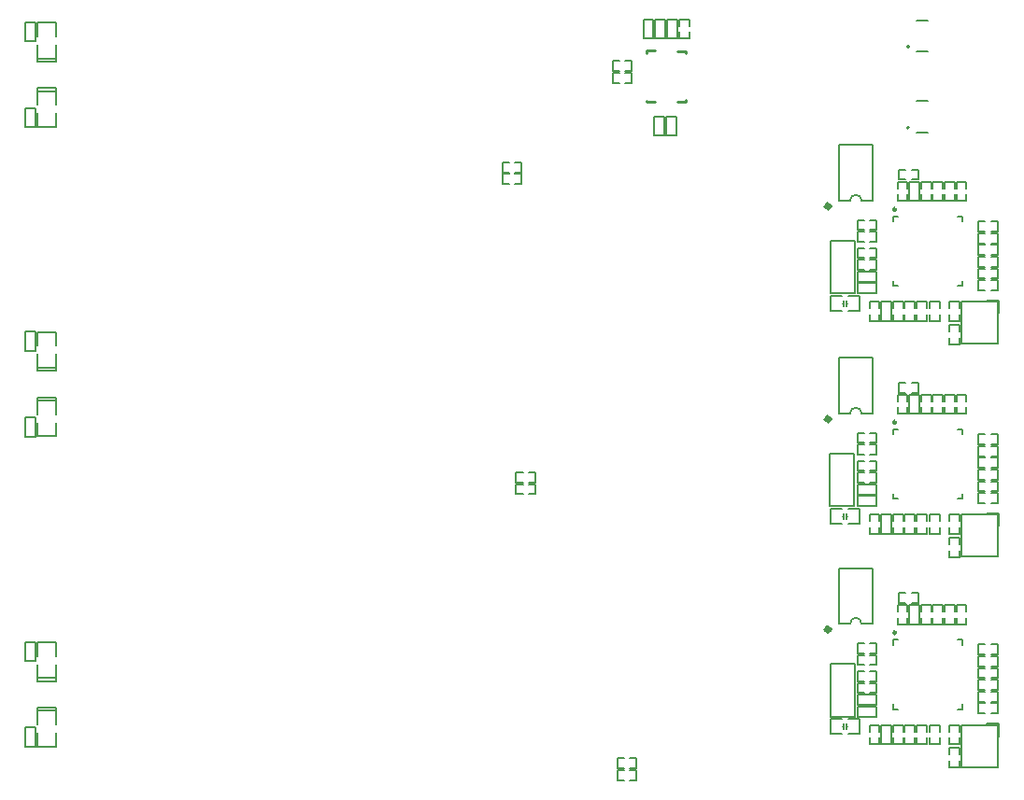
<source format=gbo>
G04*
G04 #@! TF.GenerationSoftware,Altium Limited,Altium Designer,24.0.1 (36)*
G04*
G04 Layer_Color=32896*
%FSLAX44Y44*%
%MOMM*%
G71*
G04*
G04 #@! TF.SameCoordinates,1E4A30F7-C8D5-4828-80FB-0036147C382C*
G04*
G04*
G04 #@! TF.FilePolarity,Positive*
G04*
G01*
G75*
%ADD10C,0.2032*%
%ADD11C,0.5000*%
%ADD12C,0.2500*%
%ADD14C,0.2000*%
%ADD15C,0.2540*%
%ADD17C,0.1524*%
%ADD19C,0.1500*%
%ADD84C,0.1270*%
D10*
X759306Y585362D02*
G03*
X754226Y580282I-0J-5080D01*
G01*
X764386Y580282D02*
G03*
X759306Y585362I-5080J0D01*
G01*
X764386Y387242D02*
G03*
X759306Y392322I-5080J0D01*
G01*
Y392322D02*
G03*
X754226Y387242I-0J-5080D01*
G01*
X764386Y196488D02*
G03*
X759306Y201568I-5080J0D01*
G01*
Y201568D02*
G03*
X754226Y196488I-0J-5080D01*
G01*
X744066Y580282D02*
X754226D01*
X764386D02*
X774546D01*
X764386Y387242D02*
X774546D01*
X744066D02*
X754226D01*
X764386Y196488D02*
X774546D01*
X744066D02*
X754226D01*
X736346Y112014D02*
X758698D01*
X736346Y159766D02*
X758698D01*
Y112014D02*
Y159766D01*
X736346Y112014D02*
Y159766D01*
X735609Y302768D02*
X757961D01*
X735609Y350520D02*
X757961D01*
Y302768D02*
Y350520D01*
X735609Y302768D02*
Y350520D01*
X736346Y495808D02*
X758698D01*
X736346Y543560D02*
X758698D01*
Y495808D02*
Y543560D01*
X736346Y495808D02*
Y543560D01*
X18167Y428385D02*
X34917D01*
X17917Y425635D02*
X34917D01*
X17917Y460885D02*
X34917D01*
X17917Y448445D02*
Y460885D01*
Y425635D02*
Y440825D01*
X34917Y425635D02*
Y440825D01*
Y448445D02*
Y460885D01*
X18167Y708920D02*
X34917D01*
X17917Y706170D02*
X34917D01*
X17917Y741420D02*
X34917D01*
X17917Y728980D02*
Y741420D01*
Y706170D02*
Y721360D01*
X34917Y706170D02*
Y721360D01*
Y728980D02*
Y741420D01*
X17917Y646666D02*
Y659106D01*
Y666726D02*
Y681916D01*
X34917Y666726D02*
Y681916D01*
Y646666D02*
Y659106D01*
X17917Y646666D02*
X34917D01*
X17917Y681916D02*
X34917D01*
X17917Y679166D02*
X34667D01*
X17917Y366131D02*
Y378571D01*
Y386191D02*
Y401381D01*
X34917Y386191D02*
Y401381D01*
Y366131D02*
Y378571D01*
X17917Y366131D02*
X34917D01*
X17917Y401381D02*
X34917D01*
X17917Y398631D02*
X34667D01*
X18167Y146958D02*
X34917D01*
X17917Y144208D02*
X34917D01*
X17917Y179458D02*
X34917D01*
X17917Y167018D02*
Y179458D01*
Y144208D02*
Y159398D01*
X34917Y144208D02*
Y159398D01*
Y167018D02*
Y179458D01*
X17917Y84704D02*
Y97144D01*
Y104764D02*
Y119954D01*
X34917Y104764D02*
Y119954D01*
Y84704D02*
Y97144D01*
X17917Y84704D02*
X34917D01*
X17917Y119954D02*
X34917D01*
X17917Y117204D02*
X34667D01*
D11*
X735451Y574802D02*
G03*
X735451Y574802I-1545J0D01*
G01*
Y381762D02*
G03*
X735451Y381762I-1545J0D01*
G01*
Y191008D02*
G03*
X735451Y191008I-1545J0D01*
G01*
D12*
X795734Y188114D02*
G03*
X795734Y188114I-1250J0D01*
G01*
Y378868D02*
G03*
X795734Y378868I-1250J0D01*
G01*
Y571908D02*
G03*
X795734Y571908I-1250J0D01*
G01*
D14*
X807650Y719488D02*
G03*
X807650Y719488I-1000J0D01*
G01*
Y646082D02*
G03*
X807650Y646082I-1000J0D01*
G01*
X744066Y580282D02*
Y630282D01*
X774546Y580282D02*
Y630282D01*
X744066D02*
X774546D01*
X744066Y437242D02*
X774546D01*
Y387242D02*
Y437242D01*
X744066Y387242D02*
Y437242D01*
Y246488D02*
X774546D01*
Y196488D02*
Y246488D01*
X744066Y196488D02*
Y246488D01*
X877434Y105496D02*
X888610D01*
X888864Y94066D02*
Y105496D01*
X792984Y181614D02*
X797484D01*
X792984Y177114D02*
Y181614D01*
Y118614D02*
Y123114D01*
Y118614D02*
X797484D01*
X851484D02*
X855984D01*
Y123114D01*
X851484Y181614D02*
X855984D01*
Y177114D02*
Y181614D01*
X792984Y372368D02*
X797484D01*
X792984Y367868D02*
Y372368D01*
Y309368D02*
Y313868D01*
Y309368D02*
X797484D01*
X851484D02*
X855984D01*
Y313868D01*
X851484Y372368D02*
X855984D01*
Y367868D02*
Y372368D01*
X877434Y296250D02*
X888610D01*
X888864Y284820D02*
Y296250D01*
X792984Y565408D02*
X797484D01*
X792984Y560908D02*
Y565408D01*
Y502408D02*
Y506908D01*
Y502408D02*
X797484D01*
X851484D02*
X855984D01*
Y506908D01*
X851484Y565408D02*
X855984D01*
Y560908D02*
Y565408D01*
X877434Y489290D02*
X888610D01*
X888864Y477860D02*
Y489290D01*
D15*
X569722Y716534D02*
X577342D01*
X569722Y713994D02*
Y716534D01*
Y669544D02*
X577342D01*
X569722D02*
Y670814D01*
X597662Y669544D02*
X605282D01*
Y671091D01*
X597662Y715264D02*
X605282D01*
Y713994D02*
Y715264D01*
D17*
X15748Y162160D02*
Y179660D01*
X6604Y162160D02*
Y179660D01*
Y162160D02*
X15748D01*
X6604Y179660D02*
X15748D01*
X6604Y84500D02*
Y102000D01*
X15748Y84500D02*
Y102000D01*
X6604D02*
X15748D01*
X6604Y84500D02*
X15748D01*
X6604Y646534D02*
Y664034D01*
X15748Y646534D02*
Y664034D01*
X6604D02*
X15748D01*
X6604Y646534D02*
X15748D01*
X6604Y365932D02*
Y383432D01*
X15748Y365932D02*
Y383432D01*
X6604D02*
X15748D01*
X6604Y365932D02*
X15748D01*
Y443592D02*
Y461092D01*
X6604Y443592D02*
Y461092D01*
Y443592D02*
X15748D01*
X6604Y461092D02*
X15748D01*
X588518Y744366D02*
X597662D01*
X588518Y726866D02*
X597662D01*
X588518D02*
Y744366D01*
X597662Y726866D02*
Y744366D01*
X599440Y726866D02*
X608584D01*
X599440Y744366D02*
X608584D01*
Y738410D02*
Y744366D01*
X599440Y726867D02*
Y732822D01*
Y738410D02*
Y744366D01*
X608584Y726867D02*
Y732822D01*
X566674Y726866D02*
X575818D01*
X566674Y744366D02*
X575818D01*
Y726866D02*
Y744366D01*
X566674Y726866D02*
Y744366D01*
X577596Y726866D02*
X586740D01*
X577596Y744366D02*
X586740D01*
Y726866D02*
Y744366D01*
X577596Y726866D02*
Y744366D01*
X576580Y656418D02*
X585724D01*
X576580Y638918D02*
X585724D01*
X576580D02*
Y656418D01*
X585724Y638918D02*
Y656418D01*
X587756D02*
X596900D01*
X587756Y638918D02*
X596900D01*
X587756D02*
Y656418D01*
X596900Y638918D02*
Y656418D01*
X798208Y214884D02*
Y224028D01*
X815708Y214884D02*
Y224028D01*
X809752Y214884D02*
X815708D01*
X798208Y224028D02*
X804164D01*
X809752D02*
X815708D01*
X798208Y214884D02*
X804164D01*
X760720Y302768D02*
Y311912D01*
X778220Y302768D02*
Y311912D01*
X760720Y302768D02*
X778220D01*
X760720Y311912D02*
X778220D01*
X760720Y313436D02*
Y322580D01*
X778220Y313436D02*
Y322580D01*
X760720Y313436D02*
X778220D01*
X760720Y322580D02*
X778220D01*
X760688Y324104D02*
Y333248D01*
X778188Y324104D02*
Y333248D01*
X772232Y324104D02*
X778188D01*
X760688Y333248D02*
X766644D01*
X772232D02*
X778188D01*
X760688Y324104D02*
X766644D01*
X806196Y386474D02*
Y392430D01*
X797052Y398018D02*
Y403973D01*
Y386474D02*
Y392430D01*
X806196Y398018D02*
Y403974D01*
X797052D02*
X806196D01*
X797052Y386474D02*
X806196D01*
X792988Y488120D02*
X802132D01*
X792988Y470620D02*
X802132D01*
X792988D02*
Y476576D01*
X802132Y482164D02*
Y488120D01*
Y470620D02*
Y476576D01*
X792988Y482164D02*
Y488120D01*
X560692Y54356D02*
Y63500D01*
X543192Y54356D02*
Y63500D01*
X549148D01*
X554736Y54356D02*
X560691D01*
X543192D02*
X549148D01*
X554736Y63500D02*
X560691D01*
X560692Y65024D02*
Y74168D01*
X543192Y65024D02*
Y74168D01*
X549148D01*
X554736Y65024D02*
X560692D01*
X543193D02*
X549148D01*
X554736Y74168D02*
X560692D01*
X760689Y133350D02*
X766644D01*
X772232Y142494D02*
X778188D01*
X760689D02*
X766644D01*
X772232Y133350D02*
X778188D01*
Y142494D01*
X760688Y133350D02*
Y142494D01*
X760720Y131826D02*
X778220D01*
X760720Y122682D02*
X778220D01*
Y131826D01*
X760720Y122682D02*
Y131826D01*
Y121158D02*
X778220D01*
X760720Y112014D02*
X778220D01*
Y121158D01*
X760720Y112014D02*
Y121158D01*
X807720Y195720D02*
Y213220D01*
X816864Y195720D02*
Y213220D01*
X807720D02*
X816864D01*
X807720Y195720D02*
X816864D01*
X806196Y195720D02*
Y201676D01*
X797052Y207264D02*
Y213219D01*
Y195720D02*
Y201676D01*
X806196Y207264D02*
Y213220D01*
X797052D02*
X806196D01*
X797052Y195720D02*
X806196D01*
X827532Y195720D02*
Y201676D01*
X818388Y207264D02*
Y213220D01*
Y195720D02*
Y201676D01*
X827532Y207264D02*
Y213220D01*
X818388D02*
X827532D01*
X818388Y195720D02*
X827532D01*
X772232Y178562D02*
X778188D01*
X760689Y169418D02*
X766644D01*
X772232D02*
X778188D01*
X760688Y178562D02*
X766644D01*
X760688Y169418D02*
Y178562D01*
X778188Y169418D02*
Y178562D01*
X772232Y167894D02*
X778188D01*
X760689Y158750D02*
X766644D01*
X772232D02*
X778188D01*
X760688Y167894D02*
X766644D01*
X760688Y158750D02*
Y167894D01*
X778188Y158750D02*
Y167894D01*
X772232Y153162D02*
X778188D01*
X760689Y144018D02*
X766644D01*
X772232D02*
X778188D01*
X760688Y153162D02*
X766644D01*
X760688Y144018D02*
Y153162D01*
X778188Y144018D02*
Y153162D01*
X870231Y157480D02*
X876186D01*
X881774Y166624D02*
X887730D01*
X870231D02*
X876186D01*
X881774Y157480D02*
X887730D01*
Y166624D01*
X870230Y157480D02*
Y166624D01*
X826065Y98370D02*
Y104326D01*
X835209Y86826D02*
Y92782D01*
Y98370D02*
Y104326D01*
X826065Y86826D02*
Y92782D01*
Y86826D02*
X835209D01*
X826065Y104326D02*
X835209D01*
X838200Y195720D02*
Y201676D01*
X829056Y207264D02*
Y213220D01*
Y195720D02*
Y201676D01*
X838200Y207264D02*
Y213220D01*
X829056D02*
X838200D01*
X829056Y195720D02*
X838200D01*
X859536Y195720D02*
Y201676D01*
X850392Y207264D02*
Y213220D01*
Y195720D02*
Y201676D01*
X859536Y207264D02*
Y213220D01*
X850392D02*
X859536D01*
X850392Y195720D02*
X859536D01*
X848868Y195720D02*
Y201676D01*
X839724Y207264D02*
Y213220D01*
Y195720D02*
Y201676D01*
X848868Y207264D02*
Y213220D01*
X839724D02*
X848868D01*
X839724Y195720D02*
X848868D01*
X853186Y65926D02*
Y71882D01*
X844042Y77470D02*
Y83426D01*
Y65926D02*
Y71882D01*
X853186Y77470D02*
Y83426D01*
X844042D02*
X853186D01*
X844042Y65926D02*
X853186D01*
X844042Y98298D02*
Y104254D01*
X853186Y86754D02*
Y92710D01*
Y98298D02*
Y104254D01*
X844042Y86754D02*
Y92710D01*
Y86754D02*
X853186D01*
X844042Y104254D02*
X853186D01*
X870231Y146812D02*
X876186D01*
X881774Y155956D02*
X887730D01*
X870231D02*
X876186D01*
X881774Y146812D02*
X887730D01*
Y155956D01*
X870230Y146812D02*
Y155956D01*
X870231Y125476D02*
X876186D01*
X881774Y134620D02*
X887730D01*
X870231D02*
X876186D01*
X881774Y125476D02*
X887730D01*
Y134620D01*
X870230Y125476D02*
Y134620D01*
X870231Y168148D02*
X876186D01*
X881774Y177292D02*
X887730D01*
X870231D02*
X876186D01*
X881774Y168148D02*
X887730D01*
Y177292D01*
X870230Y168148D02*
Y177292D01*
X870231Y114808D02*
X876186D01*
X881774Y123952D02*
X887730D01*
X870231D02*
X876186D01*
X881774Y114808D02*
X887730D01*
Y123952D01*
X870230Y114808D02*
Y123952D01*
X870231Y136144D02*
X876186D01*
X881774Y145288D02*
X887730D01*
X870231D02*
X876186D01*
X881774Y136144D02*
X887730D01*
Y145288D01*
X870230Y136144D02*
Y145288D01*
X736092Y96266D02*
Y109982D01*
X763016Y96266D02*
Y109982D01*
X736092D02*
X746252D01*
X752856Y96266D02*
X763016D01*
X736092D02*
X746252D01*
X752856Y109982D02*
X763016D01*
X747268Y103124D02*
X748538D01*
X750570D02*
X751840D01*
X750570Y100584D02*
Y105664D01*
X748538Y100584D02*
Y105664D01*
X792988Y104254D02*
X802132D01*
X792988Y86754D02*
X802132D01*
X792988D02*
Y92710D01*
X802132Y98298D02*
Y104254D01*
Y86754D02*
Y92710D01*
X792988Y98298D02*
Y104254D01*
X814324Y98370D02*
Y104326D01*
X823468Y86826D02*
Y92782D01*
Y98370D02*
Y104326D01*
X814324Y86826D02*
Y92782D01*
Y86826D02*
X823468D01*
X814324Y104326D02*
X823468D01*
X782320Y86891D02*
Y104391D01*
X791464Y86891D02*
Y104391D01*
X782320D02*
X791464D01*
X782320Y86891D02*
X791464D01*
X803656Y104254D02*
X812800D01*
X803656Y86754D02*
X812800D01*
X803656D02*
Y92710D01*
X812800Y98298D02*
Y104254D01*
Y86754D02*
Y92710D01*
X803656Y98298D02*
Y104254D01*
X771652Y98298D02*
Y104254D01*
X780796Y86754D02*
Y92710D01*
Y98298D02*
Y104254D01*
X771652Y86754D02*
Y92710D01*
Y86754D02*
X780796D01*
X771652Y104254D02*
X780796D01*
X827532Y386474D02*
Y392430D01*
X818388Y398018D02*
Y403974D01*
Y386474D02*
Y392430D01*
X827532Y398018D02*
Y403974D01*
X818388D02*
X827532D01*
X818388Y386474D02*
X827532D01*
X838200Y386474D02*
Y392430D01*
X829056Y398018D02*
Y403974D01*
Y386474D02*
Y392430D01*
X838200Y398018D02*
Y403974D01*
X829056D02*
X838200D01*
X829056Y386474D02*
X838200D01*
X807720D02*
X816864D01*
X807720Y403974D02*
X816864D01*
Y386474D02*
Y403974D01*
X807720Y386474D02*
Y403974D01*
X848868Y386474D02*
Y392430D01*
X839724Y398018D02*
Y403974D01*
Y386474D02*
Y392430D01*
X848868Y398018D02*
Y403974D01*
X839724D02*
X848868D01*
X839724Y386474D02*
X848868D01*
X859536Y386474D02*
Y392430D01*
X850392Y398018D02*
Y403974D01*
Y386474D02*
Y392430D01*
X859536Y398018D02*
Y403974D01*
X850392D02*
X859536D01*
X850392Y386474D02*
X859536D01*
X826065Y289124D02*
Y295080D01*
X835209Y277581D02*
Y283536D01*
Y289124D02*
Y295080D01*
X826065Y277580D02*
Y283536D01*
Y277580D02*
X835209D01*
X826065Y295080D02*
X835209D01*
X844042Y289052D02*
Y295008D01*
X853186Y277508D02*
Y283464D01*
Y289052D02*
Y295008D01*
X844042Y277508D02*
Y283464D01*
Y277508D02*
X853186D01*
X844042Y295008D02*
X853186D01*
X870231Y358902D02*
X876186D01*
X881774Y368046D02*
X887730D01*
X870231D02*
X876186D01*
X881774Y358902D02*
X887730D01*
Y368046D01*
X870230Y358902D02*
Y368046D01*
X870231Y326898D02*
X876186D01*
X881774Y336042D02*
X887730D01*
X870231D02*
X876186D01*
X881774Y326898D02*
X887730D01*
Y336042D01*
X870230Y326898D02*
Y336042D01*
X870231Y348234D02*
X876186D01*
X881774Y357378D02*
X887730D01*
X870231D02*
X876186D01*
X881774Y348234D02*
X887730D01*
Y357378D01*
X870230Y348234D02*
Y357378D01*
X870231Y316230D02*
X876186D01*
X881774Y325374D02*
X887730D01*
X870231D02*
X876186D01*
X881774Y316230D02*
X887730D01*
Y325374D01*
X870230Y316230D02*
Y325374D01*
X772232Y369316D02*
X778188D01*
X760689Y360172D02*
X766644D01*
X772232D02*
X778188D01*
X760688Y369316D02*
X766644D01*
X760688Y360172D02*
Y369316D01*
X778188Y360172D02*
Y369316D01*
X772232Y358648D02*
X778188D01*
X760689Y349504D02*
X766644D01*
X772232D02*
X778188D01*
X760688Y358648D02*
X766644D01*
X760688Y349504D02*
Y358648D01*
X778188Y349504D02*
Y358648D01*
X772232Y343916D02*
X778188D01*
X760689Y334772D02*
X766644D01*
X772232D02*
X778188D01*
X760688Y343916D02*
X766644D01*
X760688Y334772D02*
Y343916D01*
X778188Y334772D02*
Y343916D01*
X792988Y295080D02*
X802132D01*
X792988Y277580D02*
X802132D01*
X792988D02*
Y283536D01*
X802132Y289124D02*
Y295080D01*
Y277580D02*
Y283536D01*
X792988Y289124D02*
Y295080D01*
X782320Y277645D02*
Y295145D01*
X791464Y277645D02*
Y295145D01*
X782320D02*
X791464D01*
X782320Y277645D02*
X791464D01*
X803656Y295080D02*
X812800D01*
X803656Y277580D02*
X812800D01*
X803656D02*
Y283536D01*
X812800Y289124D02*
Y295080D01*
Y277580D02*
Y283536D01*
X803656Y289124D02*
Y295080D01*
X814324Y289124D02*
Y295080D01*
X823468Y277581D02*
Y283536D01*
Y289124D02*
Y295080D01*
X814324Y277580D02*
Y283536D01*
Y277580D02*
X823468D01*
X814324Y295080D02*
X823468D01*
X870231Y337566D02*
X876186D01*
X881774Y346710D02*
X887730D01*
X870231D02*
X876186D01*
X881774Y337566D02*
X887730D01*
Y346710D01*
X870230Y337566D02*
Y346710D01*
X870231Y305562D02*
X876186D01*
X881774Y314706D02*
X887730D01*
X870231D02*
X876186D01*
X881774Y305562D02*
X887730D01*
Y314706D01*
X870230Y305562D02*
Y314706D01*
X771652Y289124D02*
Y295080D01*
X780796Y277581D02*
Y283536D01*
Y289124D02*
Y295080D01*
X771652Y277580D02*
Y283536D01*
Y277580D02*
X780796D01*
X771652Y295080D02*
X780796D01*
X736092Y287020D02*
Y300736D01*
X763016Y287020D02*
Y300736D01*
X736092D02*
X746252D01*
X752856Y287020D02*
X763016D01*
X736092D02*
X746252D01*
X752856Y300736D02*
X763016D01*
X747268Y293878D02*
X748538D01*
X750570D02*
X751840D01*
X750570Y291338D02*
Y296418D01*
X748538Y291338D02*
Y296418D01*
X798208Y405638D02*
X804164D01*
X809752Y414782D02*
X815708D01*
X798208D02*
X804164D01*
X809752Y405638D02*
X815708D01*
Y414782D01*
X798208Y405638D02*
Y414782D01*
X853186Y256680D02*
Y262636D01*
X844042Y268224D02*
Y274180D01*
Y256680D02*
Y262636D01*
X853186Y268224D02*
Y274180D01*
X844042D02*
X853186D01*
X844042Y256680D02*
X853186D01*
X772232Y551688D02*
X778188D01*
X760689Y542544D02*
X766644D01*
X772232D02*
X778188D01*
X760688Y551688D02*
X766644D01*
X760688Y542544D02*
Y551688D01*
X778188Y542544D02*
Y551688D01*
X772232Y562356D02*
X778188D01*
X760689Y553212D02*
X766644D01*
X772232D02*
X778188D01*
X760688Y562356D02*
X766644D01*
X760688Y553212D02*
Y562356D01*
X778188Y553212D02*
Y562356D01*
X838200Y579514D02*
Y585470D01*
X829056Y591058D02*
Y597014D01*
Y579514D02*
Y585470D01*
X838200Y591058D02*
Y597014D01*
X829056D02*
X838200D01*
X829056Y579514D02*
X838200D01*
X798208Y598932D02*
X804164D01*
X809752Y608076D02*
X815708D01*
X798208D02*
X804164D01*
X809752Y598932D02*
X815708D01*
Y608076D01*
X798208Y598932D02*
Y608076D01*
X870231Y551942D02*
X876186D01*
X881774Y561086D02*
X887730D01*
X870231D02*
X876186D01*
X881774Y551942D02*
X887730D01*
Y561086D01*
X870230Y551942D02*
Y561086D01*
X772232Y536956D02*
X778188D01*
X760689Y527812D02*
X766644D01*
X772232D02*
X778188D01*
X760688Y536956D02*
X766644D01*
X760688Y527812D02*
Y536956D01*
X778188Y527812D02*
Y536956D01*
X870231Y509270D02*
X876186D01*
X881774Y518414D02*
X887730D01*
X870231D02*
X876186D01*
X881774Y509270D02*
X887730D01*
Y518414D01*
X870230Y509270D02*
Y518414D01*
X826065Y482164D02*
Y488120D01*
X835209Y470620D02*
Y476576D01*
Y482164D02*
Y488120D01*
X826065Y470620D02*
Y476576D01*
Y470620D02*
X835209D01*
X826065Y488120D02*
X835209D01*
X870231Y541274D02*
X876186D01*
X881774Y550418D02*
X887730D01*
X870231D02*
X876186D01*
X881774Y541274D02*
X887730D01*
Y550418D01*
X870230Y541274D02*
Y550418D01*
X870231Y498602D02*
X876186D01*
X881774Y507746D02*
X887730D01*
X870231D02*
X876186D01*
X881774Y498602D02*
X887730D01*
Y507746D01*
X870230Y498602D02*
Y507746D01*
X848868Y579514D02*
Y585470D01*
X839724Y591058D02*
Y597014D01*
Y579514D02*
Y585470D01*
X848868Y591058D02*
Y597014D01*
X839724D02*
X848868D01*
X839724Y579514D02*
X848868D01*
X827532Y579514D02*
Y585470D01*
X818388Y591058D02*
Y597014D01*
Y579514D02*
Y585470D01*
X827532Y591058D02*
Y597014D01*
X818388D02*
X827532D01*
X818388Y579514D02*
X827532D01*
X814324Y482164D02*
Y488120D01*
X823468Y470620D02*
Y476576D01*
Y482164D02*
Y488120D01*
X814324Y470620D02*
Y476576D01*
Y470620D02*
X823468D01*
X814324Y488120D02*
X823468D01*
X760689Y517144D02*
X766644D01*
X772232Y526288D02*
X778188D01*
X760689D02*
X766644D01*
X772232Y517144D02*
X778188D01*
Y526288D01*
X760688Y517144D02*
Y526288D01*
X807720Y579514D02*
Y597014D01*
X816864Y579514D02*
Y597014D01*
X807720D02*
X816864D01*
X807720Y579514D02*
X816864D01*
X806196Y579514D02*
Y585470D01*
X797052Y591058D02*
Y597013D01*
Y579514D02*
Y585470D01*
X806196Y591058D02*
Y597014D01*
X797052D02*
X806196D01*
X797052Y579514D02*
X806196D01*
X760720Y515620D02*
X778220D01*
X760720Y506476D02*
X778220D01*
Y515620D01*
X760720Y506476D02*
Y515620D01*
X870231Y519938D02*
X876186D01*
X881774Y529082D02*
X887730D01*
X870231D02*
X876186D01*
X881774Y519938D02*
X887730D01*
Y529082D01*
X870230Y519938D02*
Y529082D01*
X853186Y449720D02*
Y455676D01*
X844042Y461264D02*
Y467220D01*
Y449720D02*
Y455676D01*
X853186Y461264D02*
Y467220D01*
X844042D02*
X853186D01*
X844042Y449720D02*
X853186D01*
X859536Y579514D02*
Y585470D01*
X850392Y591058D02*
Y597014D01*
Y579514D02*
Y585470D01*
X859536Y591058D02*
Y597014D01*
X850392D02*
X859536D01*
X850392Y579514D02*
X859536D01*
X844042Y482092D02*
Y488048D01*
X853186Y470548D02*
Y476504D01*
Y482092D02*
Y488048D01*
X844042Y470548D02*
Y476504D01*
Y470548D02*
X853186D01*
X844042Y488048D02*
X853186D01*
X803656Y488120D02*
X812800D01*
X803656Y470620D02*
X812800D01*
X803656D02*
Y476576D01*
X812800Y482164D02*
Y488120D01*
Y470620D02*
Y476576D01*
X803656Y482164D02*
Y488120D01*
X870231Y530606D02*
X876186D01*
X881774Y539750D02*
X887730D01*
X870231D02*
X876186D01*
X881774Y530606D02*
X887730D01*
Y539750D01*
X870230Y530606D02*
Y539750D01*
X736092Y480060D02*
Y493776D01*
X763016Y480060D02*
Y493776D01*
X736092D02*
X746252D01*
X752856Y480060D02*
X763016D01*
X736092D02*
X746252D01*
X752856Y493776D02*
X763016D01*
X747268Y486918D02*
X748538D01*
X750570D02*
X751840D01*
X750570Y484378D02*
Y489458D01*
X748538Y484378D02*
Y489458D01*
X760720Y504952D02*
X778220D01*
X760720Y495808D02*
X778220D01*
Y504952D01*
X760720Y495808D02*
Y504952D01*
X771652Y482164D02*
Y488120D01*
X780796Y470620D02*
Y476576D01*
Y482164D02*
Y488120D01*
X771652Y470620D02*
Y476576D01*
Y470620D02*
X780796D01*
X771652Y488120D02*
X780796D01*
X782320Y470685D02*
Y488185D01*
X791464Y470685D02*
Y488185D01*
X782320D02*
X791464D01*
X782320Y470685D02*
X791464D01*
X468998Y324358D02*
Y333502D01*
X451498Y324358D02*
Y333502D01*
X457454D01*
X463042Y324358D02*
X468998D01*
X451498D02*
X457454D01*
X463042Y333502D02*
X468998D01*
X468998Y313690D02*
Y322834D01*
X451498Y313690D02*
Y322834D01*
X457454D01*
X463042Y313690D02*
X468998D01*
X451498D02*
X457454D01*
X463042Y322834D02*
X468998D01*
X456552Y605536D02*
Y614680D01*
X439052Y605536D02*
Y614680D01*
X445008D01*
X450596Y605536D02*
X456552D01*
X439052D02*
X445008D01*
X450596Y614680D02*
X456552D01*
X456552Y594868D02*
Y604012D01*
X439052Y594868D02*
Y604012D01*
X445008D01*
X450596Y594868D02*
X456552D01*
X439052D02*
X445008D01*
X450596Y604012D02*
X456552D01*
X550418Y695960D02*
X556374D01*
X556374Y686816D02*
Y695960D01*
X538874D02*
X544830D01*
X538874Y686816D02*
Y695960D01*
X550418Y686816D02*
X556374D01*
X538874D02*
X544830D01*
X550418Y706628D02*
X556374D01*
X556374Y697484D02*
Y706628D01*
X538874D02*
X544830D01*
X538874Y697484D02*
Y706628D01*
X550418Y697484D02*
X556374D01*
X538874D02*
X544830D01*
X6604Y741762D02*
X15748D01*
X6604Y724262D02*
X15748D01*
X6604D02*
Y741762D01*
X15748Y724262D02*
Y741762D01*
D19*
X854828Y66126D02*
Y104226D01*
Y66126D02*
X887848D01*
Y104226D01*
X854828D02*
X887848D01*
X854828Y256880D02*
Y294980D01*
Y256880D02*
X887848D01*
Y294980D01*
X854828D02*
X887848D01*
X854828Y449920D02*
Y488020D01*
Y449920D02*
X887848D01*
Y488020D01*
X854828D02*
X887848D01*
D84*
X814150Y743688D02*
X824150D01*
X814150Y715288D02*
X824150D01*
X814150Y670282D02*
X824150D01*
X814150Y641882D02*
X824150D01*
M02*

</source>
